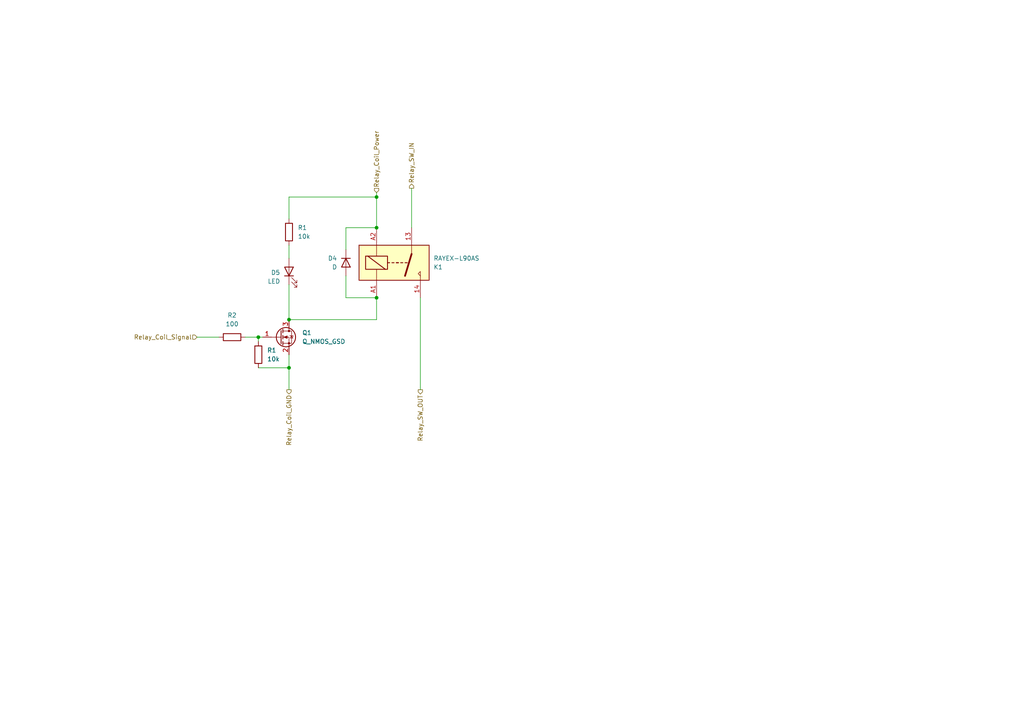
<source format=kicad_sch>
(kicad_sch (version 20230121) (generator eeschema)
  (paper "A4")
  (lib_symbols
    (symbol "Device:D" (pin_numbers hide) (pin_names (offset 1.016) hide)
      (property "Reference" "D" (at 0 2.54 0))
      (property "Value" "D" (at 0 -2.54 0))
      (symbol "D_0_1"
        (polyline (pts (xy -1.27 1.27) (xy -1.27 -1.27)) (stroke (width 0.254)))
        (polyline (pts (xy 1.27 0) (xy -1.27 0)))
        (polyline (pts (xy 1.27 1.27) (xy 1.27 -1.27) (xy -1.27 0) (xy 1.27 1.27)) (stroke (width 0.254)))
      )
      (symbol "D_1_1"
        (pin passive line (at -3.81 0 0) (length 2.54) (name "K") (number "1"))
        (pin passive line (at 3.81 0 180) (length 2.54) (name "A") (number "2"))
      )
    )
    (symbol "Device:LED" (pin_numbers hide) (pin_names (offset 1.016) hide)
      (property "Reference" "D" (at 0 2.54 0))
      (property "Value" "LED" (at 0 -2.54 0))
      (symbol "LED_0_1"
        (polyline (pts (xy -1.27 -1.27) (xy -1.27 1.27)) (stroke (width 0.254)))
        (polyline (pts (xy -1.27 0) (xy 1.27 0)))
        (polyline (pts (xy 1.27 -1.27) (xy 1.27 1.27) (xy -1.27 0) (xy 1.27 -1.27)) (stroke (width 0.254)))
        (polyline (pts (xy -3.048 -0.762) (xy -4.572 -2.286) (xy -3.81 -2.286) (xy -4.572 -2.286) (xy -4.572 -1.524)))
        (polyline (pts (xy -1.778 -0.762) (xy -3.302 -2.286) (xy -2.54 -2.286) (xy -3.302 -2.286) (xy -3.302 -1.524)))
      )
      (symbol "LED_1_1"
        (pin passive line (at -3.81 0 0) (length 2.54) (name "K") (number "1"))
        (pin passive line (at 3.81 0 180) (length 2.54) (name "A") (number "2"))
      )
    )
    (symbol "Device:Q_NMOS_GSD" (pin_names (offset 0) hide)
      (property "Reference" "Q" (at 5.08 1.27 0))
      (property "Value" "Q_NMOS_GSD" (at 5.08 -1.27 0))
      (symbol "Q_NMOS_GSD_0_1"
        (polyline (pts (xy 0.254 0) (xy -2.54 0)))
        (polyline (pts (xy 0.254 1.905) (xy 0.254 -1.905)) (stroke (width 0.254)))
        (polyline (pts (xy 0.762 -1.27) (xy 0.762 -2.286)) (stroke (width 0.254)))
        (polyline (pts (xy 0.762 0.508) (xy 0.762 -0.508)) (stroke (width 0.254)))
        (polyline (pts (xy 0.762 2.286) (xy 0.762 1.27)) (stroke (width 0.254)))
        (polyline (pts (xy 2.54 2.54) (xy 2.54 1.778)))
        (polyline (pts (xy 2.54 -2.54) (xy 2.54 0) (xy 0.762 0)))
        (polyline (pts (xy 0.762 -1.778) (xy 3.302 -1.778) (xy 3.302 1.778) (xy 0.762 1.778)))
        (polyline (pts (xy 1.016 0) (xy 2.032 0.381) (xy 2.032 -0.381) (xy 1.016 0)) (fill (type outline)))
        (polyline (pts (xy 2.794 0.508) (xy 2.921 0.381) (xy 3.683 0.381) (xy 3.81 0.254)))
        (polyline (pts (xy 3.302 0.381) (xy 2.921 -0.254) (xy 3.683 -0.254) (xy 3.302 0.381)))
        (circle (center 1.651 0) (radius 2.794) (stroke (width 0.254)))
        (circle (center 2.54 -1.778) (radius 0.254) (fill (type outline)))
        (circle (center 2.54 1.778) (radius 0.254) (fill (type outline)))
      )
      (symbol "Q_NMOS_GSD_1_1"
        (pin input line (at -5.08 0 0) (length 2.54) (name "G") (number "1"))
        (pin passive line (at 2.54 -5.08 90) (length 2.54) (name "S") (number "2"))
        (pin passive line (at 2.54 5.08 270) (length 2.54) (name "D") (number "3"))
      )
    )
    (symbol "Device:R" (pin_numbers hide) (pin_names (offset 0))
      (property "Reference" "R" (at 2.032 0 90))
      (property "Value" "R" (at 0 0 90))
      (symbol "R_0_1"
        (rectangle (start -1.016 -2.54) (end 1.016 2.54) (stroke (width 0.254)))
      )
      (symbol "R_1_1"
        (pin passive line (at 0 3.81 270) (length 1.27) (name "~") (number "1"))
        (pin passive line (at 0 -3.81 90) (length 1.27) (name "~") (number "2"))
      )
    )
    (symbol "Relay:RAYEX-L90AS"
      (property "Reference" "K" (at 11.43 3.81 0))
      (property "Value" "RAYEX-L90AS" (at 11.43 1.27 0))
      (symbol "RAYEX-L90AS_1_0"
        (polyline (pts (xy 7.62 3.81) (xy 7.62 5.08)))
        (polyline (pts (xy 7.62 3.81) (xy 7.62 2.54) (xy 6.985 3.175) (xy 7.62 3.81)))
      )
      (symbol "RAYEX-L90AS_1_1"
        (rectangle (start -10.16 5.08) (end 10.16 -5.08) (stroke (width 0.254)) (fill (type background)))
        (rectangle (start -8.255 1.905) (end -1.905 -1.905) (stroke (width 0.254)))
        (polyline (pts (xy -7.62 -1.905) (xy -2.54 1.905)) (stroke (width 0.254)))
        (polyline (pts (xy -5.08 -5.08) (xy -5.08 -1.905)))
        (polyline (pts (xy -5.08 5.08) (xy -5.08 1.905)))
        (polyline (pts (xy -1.905 0) (xy -1.27 0)) (stroke (width 0.254)))
        (polyline (pts (xy -0.635 0) (xy 0 0)) (stroke (width 0.254)))
        (polyline (pts (xy 0.635 0) (xy 1.27 0)) (stroke (width 0.254)))
        (polyline (pts (xy 0.635 0) (xy 1.27 0)) (stroke (width 0.254)))
        (polyline (pts (xy 1.905 0) (xy 2.54 0)) (stroke (width 0.254)))
        (polyline (pts (xy 3.175 0) (xy 3.81 0)) (stroke (width 0.254)))
        (polyline (pts (xy 5.08 -2.54) (xy 3.175 3.81)) (stroke (width 0.508)))
        (polyline (pts (xy 5.08 -2.54) (xy 5.08 -5.08)))
        (pin passive line (at 5.08 -10.16 90) (length 5.08) (name "~") (number "13"))
        (pin passive line (at 7.62 10.16 270) (length 5.08) (name "~") (number "14"))
        (pin passive line (at -5.08 10.16 270) (length 5.08) (name "~") (number "A1"))
        (pin passive line (at -5.08 -10.16 90) (length 5.08) (name "~") (number "A2"))
      )
    )
  )
  (junction (at 74.93 97.79))
  (junction (at 83.82 106.68))
  (junction (at 109.22 86.36))
  (junction (at 109.22 57.15))
  (junction (at 109.22 66.04))
  (junction (at 83.82 92.71))
  (wire (pts (xy 100.33 66.04) (xy 109.22 66.04)))
  (wire (pts (xy 121.92 86.36) (xy 121.92 113.03)))
  (wire (pts (xy 119.38 54.61) (xy 119.38 66.04)))
  (wire (pts (xy 74.93 99.06) (xy 74.93 97.79)))
  (wire (pts (xy 83.82 82.55) (xy 83.82 92.71)))
  (wire (pts (xy 83.82 71.12) (xy 83.82 74.93)))
  (wire (pts (xy 83.82 113.03) (xy 83.82 106.68)))
  (wire (pts (xy 109.22 57.15) (xy 109.22 66.04)))
  (wire (pts (xy 100.33 66.04) (xy 100.33 72.39)))
  (wire (pts (xy 100.33 80.01) (xy 100.33 86.36)))
  (wire (pts (xy 109.22 86.36) (xy 109.22 92.71)))
  (wire (pts (xy 74.93 106.68) (xy 83.82 106.68)))
  (wire (pts (xy 83.82 92.71) (xy 109.22 92.71)))
  (wire (pts (xy 83.82 57.15) (xy 83.82 63.5)))
  (wire (pts (xy 57.15 97.79) (xy 63.5 97.79)))
  (wire (pts (xy 109.22 55.88) (xy 109.22 57.15)))
  (wire (pts (xy 100.33 86.36) (xy 109.22 86.36)))
  (wire (pts (xy 74.93 97.79) (xy 76.2 97.79)))
  (wire (pts (xy 83.82 57.15) (xy 109.22 57.15)))
  (wire (pts (xy 71.12 97.79) (xy 74.93 97.79)))
  (wire (pts (xy 83.82 106.68) (xy 83.82 102.87)))
  (hierarchical_label "Relay_Coil_GND" (shape output) (at 83.82 113.03 270))
  (hierarchical_label "Relay_Coil_Signal" (shape input) (at 57.15 97.79 180))
  (hierarchical_label "Relay_Coil_Power" (shape input) (at 109.22 55.88 90))
  (hierarchical_label "Relay_SW_OUT" (shape output) (at 121.92 113.03 270))
  (hierarchical_label "Relay_SW_IN" (shape output) (at 119.38 54.61 90))
  (symbol (lib_id "Device:LED") (at 83.82 78.74 90) (unit 1)
    (property "Reference" "D5" (at 81.28 79.0575 90) (effects (justify left)))
    (property "Value" "LED" (at 81.28 81.5975 90) (effects (justify left)))
    (property "Footprint" "LED_SMD:LED_0603_1608Metric_Pad1.05x0.95mm_HandSolder" (effects hide))
    (instances (project "schematic_PWRcutoff" (path "" (reference "D5") (unit 1)) (path "" (reference "D7") (unit 1))))
  )
  (symbol (lib_id "Device:D") (at 100.33 76.2 270) (unit 1)
    (property "Reference" "D4" (at 97.79 74.93 90) (effects (justify right)))
    (property "Value" "D" (at 97.79 77.47 90) (effects (justify right)))
    (property "Footprint" "Diode_SMD:D_SOD-123" (effects hide))
    (property "Sim.Device" "D" (effects hide))
    (property "Sim.Pins" "1=K 2=A" (effects hide))
    (instances (project "schematic_PWRcutoff" (path "" (reference "D4") (unit 1)) (path "" (reference "D6") (unit 1))))
  )
  (symbol (lib_id "Device:R") (at 67.31 97.79 270) (unit 1)
    (property "Reference" "R2" (at 67.31 91.44 90))
    (property "Value" "100" (at 67.31 93.98 90))
    (property "Footprint" "Resistor_SMD:R_0603_1608Metric_Pad0.98x0.95mm_HandSolder" (effects hide))
    (instances (project "schematic_PWRcutoff" (path "" (reference "R2") (unit 1)) (path "" (reference "R6") (unit 1)) (path "" (reference "R9") (unit 1))))
  )
  (symbol (lib_id "Device:R") (at 74.93 102.87 0) (mirror y) (unit 1)
    (property "Reference" "R1" (at 77.47 101.6 0) (effects (justify right)))
    (property "Value" "10k" (at 77.47 104.14 0) (effects (justify right)))
    (property "Footprint" "Resistor_SMD:R_0603_1608Metric_Pad0.98x0.95mm_HandSolder" (effects hide))
    (instances (project "schematic_PWRcutoff" (path "" (reference "R1") (unit 1)) (path "" (reference "R7") (unit 1)) (path "" (reference "R10") (unit 1))))
  )
  (symbol (lib_id "Device:R") (at 83.82 67.31 0) (mirror y) (unit 1)
    (property "Reference" "R1" (at 86.36 66.04 0) (effects (justify right)))
    (property "Value" "10k" (at 86.36 68.58 0) (effects (justify right)))
    (property "Footprint" "Resistor_SMD:R_0603_1608Metric_Pad0.98x0.95mm_HandSolder" (effects hide))
    (instances (project "schematic_PWRcutoff" (path "" (reference "R1") (unit 1)) (path "" (reference "R5") (unit 1)) (path "" (reference "R8") (unit 1))))
  )
  (symbol (lib_id "Device:Q_NMOS_GSD") (at 81.28 97.79 0) (unit 1)
    (property "Reference" "Q1" (at 87.63 96.52 0) (effects (justify left)))
    (property "Value" "Q_NMOS_GSD" (at 87.63 99.06 0) (effects (justify left)))
    (property "Footprint" "Package_TO_SOT_SMD:SOT-23" (effects hide))
    (instances (project "schematic_PWRcutoff" (path "" (reference "Q1") (unit 1)) (path "" (reference "Q2") (unit 1))))
  )
  (symbol (lib_id "Relay:RAYEX-L90AS") (at 114.3 76.2 0) (mirror x) (unit 1)
    (property "Reference" "K1" (at 125.73 77.47 0) (effects (justify left)))
    (property "Value" "RAYEX-L90AS" (at 125.73 74.93 0) (effects (justify left)))
    (property "Footprint" "Relay_THT:Relay_SPST_RAYEX-L90AS" (effects hide))
    (property "Datasheet" "https://a3.sofastcdn.com/attachment/7jioKBjnRiiSrjrjknRiwS77gwbf3zmp/L90-SERIES.pdf" (effects hide))
    (instances (project "schematic_PWRcutoff" (path "" (reference "K1") (unit 1)) (path "" (reference "K2") (unit 1))))
  )
)
</source>
